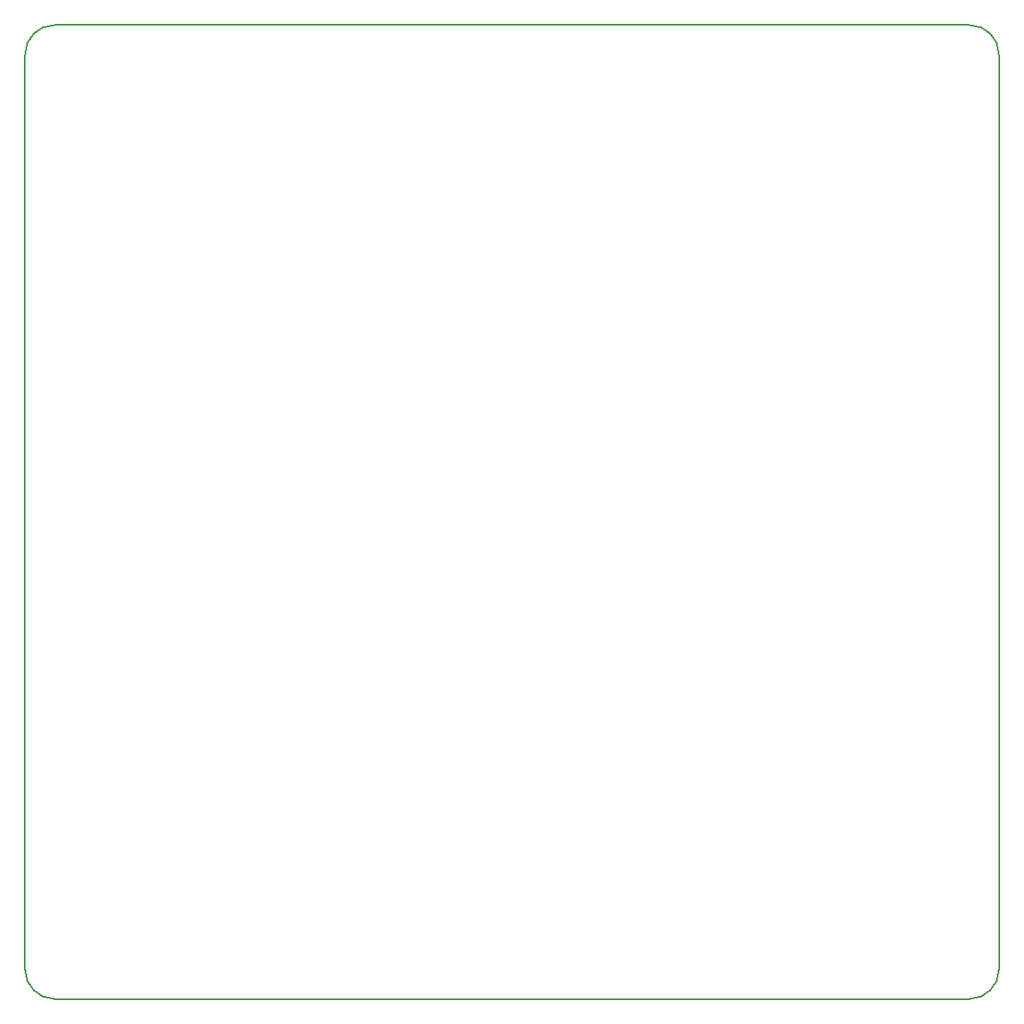
<source format=gbr>
G04 #@! TF.GenerationSoftware,KiCad,Pcbnew,(5.1.0)-1*
G04 #@! TF.CreationDate,2019-07-05T16:32:51+02:00*
G04 #@! TF.ProjectId,ECU_SMD,4543555f-534d-4442-9e6b-696361645f70,rev?*
G04 #@! TF.SameCoordinates,Original*
G04 #@! TF.FileFunction,Profile,NP*
%FSLAX46Y46*%
G04 Gerber Fmt 4.6, Leading zero omitted, Abs format (unit mm)*
G04 Created by KiCad (PCBNEW (5.1.0)-1) date 2019-07-05 16:32:51*
%MOMM*%
%LPD*%
G04 APERTURE LIST*
%ADD10C,0.150000*%
%ADD11C,0.200000*%
G04 APERTURE END LIST*
D10*
X64000000Y-183000000D02*
G75*
G02X61000000Y-180000000I0J3000000D01*
G01*
X61000000Y-86000000D02*
X61000000Y-180000000D01*
X158000000Y-183000000D02*
X64000000Y-183000000D01*
X161000000Y-180000000D02*
G75*
G02X158000000Y-183000000I-3000000J0D01*
G01*
X161000000Y-86000000D02*
X161000000Y-180000000D01*
X158000000Y-83000000D02*
G75*
G02X161000000Y-86000000I0J-3000000D01*
G01*
X61000000Y-86000000D02*
G75*
G02X64000000Y-83000000I3000000J0D01*
G01*
D11*
X64000000Y-83000000D02*
X158000000Y-83000000D01*
M02*

</source>
